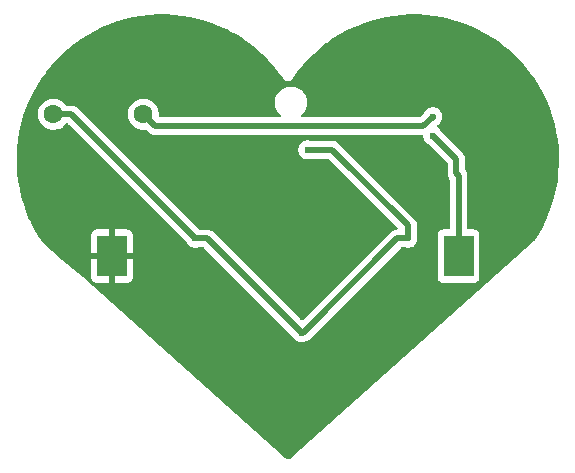
<source format=gbr>
%TF.GenerationSoftware,KiCad,Pcbnew,9.0.7*%
%TF.CreationDate,2026-02-06T18:51:04+01:00*%
%TF.ProjectId,llavero_led,6c6c6176-6572-46f5-9f6c-65642e6b6963,rev?*%
%TF.SameCoordinates,Original*%
%TF.FileFunction,Copper,L2,Bot*%
%TF.FilePolarity,Positive*%
%FSLAX46Y46*%
G04 Gerber Fmt 4.6, Leading zero omitted, Abs format (unit mm)*
G04 Created by KiCad (PCBNEW 9.0.7) date 2026-02-06 18:51:04*
%MOMM*%
%LPD*%
G01*
G04 APERTURE LIST*
%TA.AperFunction,ComponentPad*%
%ADD10C,1.600000*%
%TD*%
%TA.AperFunction,SMDPad,CuDef*%
%ADD11R,2.540000X3.510000*%
%TD*%
%TA.AperFunction,ViaPad*%
%ADD12C,0.600000*%
%TD*%
%TA.AperFunction,Conductor*%
%ADD13C,0.500000*%
%TD*%
G04 APERTURE END LIST*
D10*
%TO.P,R1,1*%
%TO.N,Net-(R1-Pad1)*%
X133500000Y-95500000D03*
%TO.P,R1,2*%
%TO.N,Net-(D1-A)*%
X125880000Y-95500000D03*
%TD*%
D11*
%TO.P,BT1,2,-*%
%TO.N,GND*%
X130820000Y-107500000D03*
%TO.P,BT1,1,+*%
%TO.N,Net-(BT1-+)*%
X160180000Y-107500000D03*
%TD*%
D12*
%TO.N,Net-(D1-A)*%
X147400000Y-98500000D03*
X155900000Y-106000000D03*
X146900000Y-114000000D03*
X137900000Y-106000000D03*
%TO.N,GND*%
X153100000Y-106000000D03*
X144100000Y-114000000D03*
X144600000Y-98500000D03*
X135100000Y-106000000D03*
%TO.N,Net-(BT1-+)*%
X158000000Y-97300000D03*
%TO.N,Net-(R1-Pad1)*%
X158000000Y-95700000D03*
%TD*%
D13*
%TO.N,Net-(R1-Pad1)*%
X134500000Y-96500000D02*
X133500000Y-95500000D01*
X157200000Y-96500000D02*
X134500000Y-96500000D01*
X158000000Y-95700000D02*
X157200000Y-96500000D01*
%TO.N,Net-(D1-A)*%
X155900000Y-104900000D02*
X149500000Y-98500000D01*
X149500000Y-98500000D02*
X147400000Y-98500000D01*
X155900000Y-106000000D02*
X155900000Y-104900000D01*
X155000000Y-106000000D02*
X155900000Y-106000000D01*
X147000000Y-114000000D02*
X155000000Y-106000000D01*
X146900000Y-114000000D02*
X147000000Y-114000000D01*
X138900000Y-106000000D02*
X146900000Y-114000000D01*
X137900000Y-106000000D02*
X138900000Y-106000000D01*
X125880000Y-95500000D02*
X127400000Y-95500000D01*
X127400000Y-95500000D02*
X137900000Y-106000000D01*
%TO.N,GND*%
X131000000Y-106000000D02*
X131751000Y-106751000D01*
X130820000Y-106000000D02*
X131000000Y-106000000D01*
%TO.N,Net-(BT1-+)*%
X160000000Y-99300000D02*
X158000000Y-97300000D01*
X160000000Y-100500000D02*
X160000000Y-99300000D01*
X160180000Y-100680000D02*
X160000000Y-100500000D01*
X160180000Y-106000000D02*
X160180000Y-100680000D01*
%TD*%
%TA.AperFunction,Conductor*%
%TO.N,GND*%
G36*
X156744339Y-87023533D02*
G01*
X156751258Y-87023750D01*
X157434351Y-87064381D01*
X157441227Y-87064983D01*
X158120990Y-87143855D01*
X158127829Y-87144843D01*
X158802092Y-87261704D01*
X158808880Y-87263079D01*
X159475504Y-87417556D01*
X159482215Y-87419311D01*
X159957619Y-87557979D01*
X160139106Y-87610917D01*
X160145726Y-87613051D01*
X160246767Y-87648782D01*
X160790865Y-87841195D01*
X160797312Y-87843680D01*
X161428645Y-88107641D01*
X161434981Y-88110501D01*
X162050508Y-88409439D01*
X162056658Y-88412642D01*
X162192093Y-88488081D01*
X162654443Y-88745616D01*
X162660422Y-88749169D01*
X162934950Y-88922937D01*
X163238616Y-89115149D01*
X163244372Y-89119023D01*
X163735267Y-89469782D01*
X163801130Y-89516843D01*
X163806673Y-89521044D01*
X164340224Y-89949436D01*
X164345523Y-89953940D01*
X164847289Y-90405345D01*
X164854237Y-90411595D01*
X164859275Y-90416390D01*
X165341512Y-90901832D01*
X165346274Y-90906902D01*
X165747496Y-91358875D01*
X165800541Y-91418629D01*
X165805011Y-91423958D01*
X166229869Y-91960349D01*
X166234033Y-91965920D01*
X166628150Y-92525293D01*
X166631995Y-92531089D01*
X166994127Y-93111680D01*
X166997641Y-93117683D01*
X167326644Y-93717655D01*
X167329816Y-93723845D01*
X167624663Y-94341327D01*
X167627483Y-94347685D01*
X167887245Y-94980728D01*
X167889703Y-94987231D01*
X168001634Y-95310544D01*
X168113564Y-95633854D01*
X168115654Y-95640488D01*
X168302903Y-96298631D01*
X168304618Y-96305372D01*
X168454671Y-96972987D01*
X168456005Y-96979813D01*
X168568386Y-97654775D01*
X168569336Y-97661666D01*
X168643698Y-98341898D01*
X168644259Y-98348831D01*
X168680361Y-99032133D01*
X168680533Y-99039086D01*
X168678266Y-99723345D01*
X168678048Y-99730297D01*
X168637418Y-100413347D01*
X168636811Y-100420276D01*
X168557944Y-101099990D01*
X168556948Y-101106874D01*
X168440092Y-101781099D01*
X168438713Y-101787916D01*
X168284240Y-102454517D01*
X168282480Y-102461246D01*
X168090876Y-103118128D01*
X168088742Y-103124748D01*
X167860603Y-103769865D01*
X167858101Y-103776355D01*
X167594151Y-104407659D01*
X167591289Y-104413999D01*
X167292350Y-105029526D01*
X167289137Y-105035694D01*
X166956169Y-105633467D01*
X166952615Y-105639447D01*
X166624198Y-106158293D01*
X166602083Y-106184404D01*
X146086648Y-124530838D01*
X146074602Y-124540337D01*
X145994184Y-124596047D01*
X145967694Y-124610001D01*
X145883176Y-124642181D01*
X145854115Y-124649379D01*
X145764340Y-124660365D01*
X145734400Y-124660387D01*
X145644614Y-124649536D01*
X145615542Y-124642382D01*
X145530970Y-124610326D01*
X145504460Y-124596412D01*
X145503931Y-124596047D01*
X145424062Y-124540894D01*
X145411980Y-124531394D01*
X128339611Y-109302844D01*
X129050000Y-109302844D01*
X129056401Y-109362372D01*
X129056403Y-109362379D01*
X129106645Y-109497086D01*
X129106649Y-109497093D01*
X129192809Y-109612187D01*
X129192812Y-109612190D01*
X129307906Y-109698350D01*
X129307913Y-109698354D01*
X129442620Y-109748596D01*
X129442627Y-109748598D01*
X129502155Y-109754999D01*
X129502172Y-109755000D01*
X130570000Y-109755000D01*
X131070000Y-109755000D01*
X132137828Y-109755000D01*
X132137844Y-109754999D01*
X132197372Y-109748598D01*
X132197379Y-109748596D01*
X132332086Y-109698354D01*
X132332093Y-109698350D01*
X132447187Y-109612190D01*
X132447190Y-109612187D01*
X132533350Y-109497093D01*
X132533354Y-109497086D01*
X132583596Y-109362379D01*
X132583598Y-109362372D01*
X132589999Y-109302844D01*
X132590000Y-109302827D01*
X132590000Y-107750000D01*
X131070000Y-107750000D01*
X131070000Y-109755000D01*
X130570000Y-109755000D01*
X130570000Y-107750000D01*
X129050000Y-107750000D01*
X129050000Y-109302844D01*
X128339611Y-109302844D01*
X126644913Y-107791174D01*
X124843380Y-106184207D01*
X124821147Y-106157990D01*
X124569338Y-105760170D01*
X124529451Y-105697155D01*
X129050000Y-105697155D01*
X129050000Y-107250000D01*
X130570000Y-107250000D01*
X131070000Y-107250000D01*
X132590000Y-107250000D01*
X132590000Y-105697172D01*
X132589999Y-105697155D01*
X132583598Y-105637627D01*
X132583596Y-105637620D01*
X132533354Y-105502913D01*
X132533350Y-105502906D01*
X132447190Y-105387812D01*
X132447187Y-105387809D01*
X132332093Y-105301649D01*
X132332086Y-105301645D01*
X132197379Y-105251403D01*
X132197372Y-105251401D01*
X132137844Y-105245000D01*
X131070000Y-105245000D01*
X131070000Y-107250000D01*
X130570000Y-107250000D01*
X130570000Y-105245000D01*
X129502155Y-105245000D01*
X129442627Y-105251401D01*
X129442620Y-105251403D01*
X129307913Y-105301645D01*
X129307906Y-105301649D01*
X129192812Y-105387809D01*
X129192809Y-105387812D01*
X129106649Y-105502906D01*
X129106645Y-105502913D01*
X129056403Y-105637620D01*
X129056401Y-105637627D01*
X129050000Y-105697155D01*
X124529451Y-105697155D01*
X124492917Y-105639436D01*
X124489364Y-105633457D01*
X124266467Y-105233294D01*
X124156390Y-105035674D01*
X124153182Y-105029514D01*
X124054381Y-104826079D01*
X123854249Y-104413998D01*
X123851389Y-104407662D01*
X123851388Y-104407659D01*
X123587428Y-103776329D01*
X123584937Y-103769865D01*
X123356788Y-103124717D01*
X123354672Y-103118154D01*
X123163057Y-102461234D01*
X123161300Y-102454515D01*
X123011224Y-101806885D01*
X123006825Y-101787900D01*
X123005450Y-101781112D01*
X122888589Y-101106850D01*
X122887601Y-101100010D01*
X122808728Y-100420249D01*
X122808126Y-100413373D01*
X122767494Y-99730281D01*
X122767277Y-99723346D01*
X122767075Y-99662229D01*
X122765010Y-99039068D01*
X122765181Y-99032152D01*
X122801287Y-98348798D01*
X122801843Y-98341931D01*
X122876211Y-97661642D01*
X122877154Y-97654803D01*
X122989546Y-96979784D01*
X122990867Y-96973021D01*
X123140935Y-96305344D01*
X123142633Y-96298667D01*
X123329900Y-95640464D01*
X123331975Y-95633878D01*
X123413758Y-95397648D01*
X124579500Y-95397648D01*
X124579500Y-95602351D01*
X124611522Y-95804534D01*
X124674781Y-95999223D01*
X124767715Y-96181613D01*
X124888028Y-96347213D01*
X125032786Y-96491971D01*
X125168548Y-96590606D01*
X125198390Y-96612287D01*
X125314607Y-96671503D01*
X125380776Y-96705218D01*
X125380778Y-96705218D01*
X125380781Y-96705220D01*
X125485137Y-96739127D01*
X125575465Y-96768477D01*
X125659564Y-96781797D01*
X125777648Y-96800500D01*
X125777649Y-96800500D01*
X125982351Y-96800500D01*
X125982352Y-96800500D01*
X126184534Y-96768477D01*
X126379219Y-96705220D01*
X126561610Y-96612287D01*
X126654590Y-96544732D01*
X126727213Y-96491971D01*
X126727215Y-96491968D01*
X126727219Y-96491966D01*
X126871966Y-96347219D01*
X126890442Y-96321789D01*
X126905100Y-96301615D01*
X126909431Y-96298274D01*
X126911705Y-96293297D01*
X126936804Y-96277166D01*
X126960429Y-96258949D01*
X126967102Y-96257695D01*
X126970483Y-96255523D01*
X127005418Y-96250500D01*
X127037770Y-96250500D01*
X127104809Y-96270185D01*
X127125451Y-96286819D01*
X137153926Y-106315293D01*
X137180805Y-106355519D01*
X137190603Y-106379172D01*
X137190606Y-106379178D01*
X137190609Y-106379185D01*
X137278210Y-106510288D01*
X137278213Y-106510292D01*
X137389707Y-106621786D01*
X137389711Y-106621789D01*
X137520814Y-106709390D01*
X137520827Y-106709397D01*
X137632187Y-106755523D01*
X137666503Y-106769737D01*
X137821153Y-106800499D01*
X137821156Y-106800500D01*
X137821158Y-106800500D01*
X137978844Y-106800500D01*
X137978845Y-106800499D01*
X138055152Y-106785320D01*
X138133488Y-106769739D01*
X138133489Y-106769738D01*
X138133497Y-106769737D01*
X138157155Y-106759937D01*
X138204604Y-106750500D01*
X138537770Y-106750500D01*
X138604809Y-106770185D01*
X138625451Y-106786819D01*
X146153926Y-114315293D01*
X146180806Y-114355520D01*
X146190606Y-114379178D01*
X146190609Y-114379185D01*
X146278210Y-114510288D01*
X146278213Y-114510292D01*
X146389707Y-114621786D01*
X146389711Y-114621789D01*
X146520814Y-114709390D01*
X146520827Y-114709397D01*
X146666498Y-114769735D01*
X146666503Y-114769737D01*
X146821153Y-114800499D01*
X146821156Y-114800500D01*
X146821158Y-114800500D01*
X146978844Y-114800500D01*
X146978845Y-114800499D01*
X147133497Y-114769737D01*
X147279179Y-114709394D01*
X147319027Y-114682768D01*
X147323950Y-114679644D01*
X147331898Y-114674857D01*
X147355495Y-114665084D01*
X147420291Y-114621789D01*
X147478416Y-114582952D01*
X155274548Y-106786818D01*
X155301475Y-106772115D01*
X155327294Y-106755523D01*
X155333494Y-106754631D01*
X155335871Y-106753334D01*
X155362229Y-106750500D01*
X155595396Y-106750500D01*
X155642844Y-106759937D01*
X155666503Y-106769737D01*
X155666508Y-106769738D01*
X155666511Y-106769739D01*
X155821153Y-106800499D01*
X155821156Y-106800500D01*
X155821158Y-106800500D01*
X155978844Y-106800500D01*
X155978845Y-106800499D01*
X156133497Y-106769737D01*
X156279179Y-106709394D01*
X156410289Y-106621789D01*
X156521789Y-106510289D01*
X156609394Y-106379179D01*
X156669737Y-106233497D01*
X156700500Y-106078842D01*
X156700500Y-105921158D01*
X156700500Y-105921155D01*
X156700499Y-105921153D01*
X156669739Y-105766511D01*
X156669738Y-105766508D01*
X156669737Y-105766503D01*
X156659937Y-105742844D01*
X156650500Y-105695396D01*
X156650500Y-104826079D01*
X156621659Y-104681092D01*
X156621658Y-104681091D01*
X156621658Y-104681087D01*
X156621656Y-104681082D01*
X156565086Y-104544509D01*
X156565085Y-104544507D01*
X156532186Y-104495270D01*
X156532185Y-104495268D01*
X156482956Y-104421589D01*
X156482952Y-104421584D01*
X149978421Y-97917052D01*
X149978414Y-97917046D01*
X149904729Y-97867812D01*
X149904729Y-97867813D01*
X149855491Y-97834913D01*
X149718917Y-97778343D01*
X149718907Y-97778340D01*
X149573920Y-97749500D01*
X149573918Y-97749500D01*
X147704604Y-97749500D01*
X147657155Y-97740062D01*
X147633497Y-97730263D01*
X147633493Y-97730262D01*
X147633488Y-97730260D01*
X147478845Y-97699500D01*
X147478842Y-97699500D01*
X147321158Y-97699500D01*
X147321155Y-97699500D01*
X147166510Y-97730261D01*
X147166498Y-97730264D01*
X147020827Y-97790602D01*
X147020814Y-97790609D01*
X146889711Y-97878210D01*
X146889707Y-97878213D01*
X146778213Y-97989707D01*
X146778210Y-97989711D01*
X146690609Y-98120814D01*
X146690602Y-98120827D01*
X146630264Y-98266498D01*
X146630261Y-98266510D01*
X146599500Y-98421153D01*
X146599500Y-98578846D01*
X146630261Y-98733489D01*
X146630264Y-98733501D01*
X146690602Y-98879172D01*
X146690609Y-98879185D01*
X146778210Y-99010288D01*
X146778213Y-99010292D01*
X146889707Y-99121786D01*
X146889711Y-99121789D01*
X147020814Y-99209390D01*
X147020827Y-99209397D01*
X147120060Y-99250500D01*
X147166503Y-99269737D01*
X147321153Y-99300499D01*
X147321156Y-99300500D01*
X147321158Y-99300500D01*
X147478844Y-99300500D01*
X147478845Y-99300499D01*
X147555152Y-99285320D01*
X147633488Y-99269739D01*
X147633489Y-99269738D01*
X147633497Y-99269737D01*
X147657155Y-99259937D01*
X147704604Y-99250500D01*
X149137770Y-99250500D01*
X149204809Y-99270185D01*
X149225451Y-99286819D01*
X154980615Y-105041983D01*
X155014100Y-105103306D01*
X155009116Y-105172998D01*
X154967244Y-105228931D01*
X154917126Y-105251281D01*
X154781092Y-105278340D01*
X154781082Y-105278343D01*
X154644511Y-105334912D01*
X154644498Y-105334919D01*
X154521584Y-105417048D01*
X154521580Y-105417051D01*
X147037680Y-112900950D01*
X146976357Y-112934435D01*
X146906665Y-112929451D01*
X146862318Y-112900950D01*
X139378421Y-105417052D01*
X139378414Y-105417046D01*
X139304729Y-105367812D01*
X139304729Y-105367813D01*
X139255491Y-105334913D01*
X139118917Y-105278343D01*
X139118907Y-105278340D01*
X138973920Y-105249500D01*
X138973918Y-105249500D01*
X138262229Y-105249500D01*
X138195190Y-105229815D01*
X138174548Y-105213181D01*
X128441826Y-95480457D01*
X128359017Y-95397648D01*
X132199500Y-95397648D01*
X132199500Y-95602351D01*
X132231522Y-95804534D01*
X132294781Y-95999223D01*
X132387715Y-96181613D01*
X132508028Y-96347213D01*
X132652786Y-96491971D01*
X132788548Y-96590606D01*
X132818390Y-96612287D01*
X132934607Y-96671503D01*
X133000776Y-96705218D01*
X133000778Y-96705218D01*
X133000781Y-96705220D01*
X133105137Y-96739127D01*
X133195465Y-96768477D01*
X133279564Y-96781797D01*
X133397648Y-96800500D01*
X133397649Y-96800500D01*
X133602350Y-96800500D01*
X133602352Y-96800500D01*
X133658027Y-96791681D01*
X133663452Y-96792382D01*
X133668579Y-96790470D01*
X133697731Y-96796811D01*
X133727319Y-96800635D01*
X133732923Y-96804467D01*
X133736852Y-96805322D01*
X133765106Y-96826473D01*
X133917049Y-96978416D01*
X134021584Y-97082951D01*
X134021587Y-97082953D01*
X134021588Y-97082954D01*
X134144503Y-97165083D01*
X134144506Y-97165085D01*
X134194665Y-97185861D01*
X134201080Y-97188518D01*
X134281088Y-97221659D01*
X134397241Y-97244763D01*
X134420380Y-97249365D01*
X134426081Y-97250500D01*
X134426082Y-97250500D01*
X134426083Y-97250500D01*
X134573918Y-97250500D01*
X157075500Y-97250500D01*
X157142539Y-97270185D01*
X157188294Y-97322989D01*
X157199500Y-97374500D01*
X157199500Y-97378846D01*
X157230261Y-97533489D01*
X157230264Y-97533501D01*
X157290602Y-97679172D01*
X157290609Y-97679185D01*
X157378210Y-97810288D01*
X157378213Y-97810292D01*
X157489710Y-97921789D01*
X157591357Y-97989707D01*
X157620821Y-98009394D01*
X157644475Y-98019191D01*
X157684703Y-98046071D01*
X159213181Y-99574548D01*
X159246666Y-99635871D01*
X159249500Y-99662229D01*
X159249500Y-100573918D01*
X159249500Y-100573920D01*
X159249499Y-100573920D01*
X159278340Y-100718907D01*
X159278343Y-100718917D01*
X159334914Y-100855491D01*
X159334916Y-100855495D01*
X159354341Y-100884567D01*
X159363925Y-100898911D01*
X159408602Y-100965775D01*
X159429480Y-101032453D01*
X159429500Y-101034666D01*
X159429500Y-105120500D01*
X159409815Y-105187539D01*
X159357011Y-105233294D01*
X159305500Y-105244500D01*
X158862129Y-105244500D01*
X158862123Y-105244501D01*
X158802516Y-105250908D01*
X158667671Y-105301202D01*
X158667664Y-105301206D01*
X158552455Y-105387452D01*
X158552452Y-105387455D01*
X158466206Y-105502664D01*
X158466202Y-105502671D01*
X158415908Y-105637517D01*
X158415701Y-105639447D01*
X158409501Y-105697123D01*
X158409500Y-105697135D01*
X158409500Y-109302870D01*
X158409501Y-109302876D01*
X158415908Y-109362483D01*
X158466202Y-109497328D01*
X158466206Y-109497335D01*
X158552452Y-109612544D01*
X158552455Y-109612547D01*
X158667664Y-109698793D01*
X158667671Y-109698797D01*
X158802517Y-109749091D01*
X158802516Y-109749091D01*
X158809444Y-109749835D01*
X158862127Y-109755500D01*
X161497872Y-109755499D01*
X161557483Y-109749091D01*
X161692331Y-109698796D01*
X161807546Y-109612546D01*
X161893796Y-109497331D01*
X161944091Y-109362483D01*
X161950500Y-109302873D01*
X161950499Y-105697128D01*
X161945299Y-105648757D01*
X161944091Y-105637516D01*
X161893797Y-105502671D01*
X161893793Y-105502664D01*
X161807547Y-105387455D01*
X161807544Y-105387452D01*
X161692335Y-105301206D01*
X161692328Y-105301202D01*
X161557482Y-105250908D01*
X161557483Y-105250908D01*
X161497883Y-105244501D01*
X161497881Y-105244500D01*
X161497873Y-105244500D01*
X161497865Y-105244500D01*
X161054500Y-105244500D01*
X160987461Y-105224815D01*
X160941706Y-105172011D01*
X160930500Y-105120500D01*
X160930500Y-100606079D01*
X160901659Y-100461092D01*
X160901658Y-100461091D01*
X160901658Y-100461087D01*
X160883326Y-100416830D01*
X160845087Y-100324511D01*
X160845080Y-100324498D01*
X160771398Y-100214225D01*
X160750520Y-100147547D01*
X160750500Y-100145334D01*
X160750500Y-99226079D01*
X160721659Y-99081092D01*
X160721658Y-99081091D01*
X160721658Y-99081087D01*
X160692332Y-99010288D01*
X160665087Y-98944511D01*
X160665080Y-98944498D01*
X160582952Y-98821585D01*
X160582951Y-98821584D01*
X160478416Y-98717049D01*
X158746071Y-96984703D01*
X158719191Y-96944475D01*
X158709394Y-96920821D01*
X158646353Y-96826473D01*
X158621789Y-96789710D01*
X158510292Y-96678213D01*
X158510288Y-96678210D01*
X158397881Y-96603101D01*
X158353076Y-96549488D01*
X158344369Y-96480163D01*
X158374524Y-96417136D01*
X158397876Y-96396900D01*
X158510289Y-96321789D01*
X158621789Y-96210289D01*
X158709394Y-96079179D01*
X158769737Y-95933497D01*
X158800500Y-95778842D01*
X158800500Y-95621158D01*
X158800500Y-95621155D01*
X158800499Y-95621153D01*
X158785211Y-95544297D01*
X158769737Y-95466503D01*
X158735592Y-95384069D01*
X158709397Y-95320827D01*
X158709390Y-95320814D01*
X158621789Y-95189711D01*
X158621786Y-95189707D01*
X158510292Y-95078213D01*
X158510288Y-95078210D01*
X158379185Y-94990609D01*
X158379172Y-94990602D01*
X158233501Y-94930264D01*
X158233489Y-94930261D01*
X158078845Y-94899500D01*
X158078842Y-94899500D01*
X157921158Y-94899500D01*
X157921155Y-94899500D01*
X157766510Y-94930261D01*
X157766498Y-94930264D01*
X157620827Y-94990602D01*
X157620814Y-94990609D01*
X157489711Y-95078210D01*
X157489707Y-95078213D01*
X157378213Y-95189707D01*
X157378207Y-95189715D01*
X157290607Y-95320818D01*
X157290606Y-95320819D01*
X157280805Y-95344480D01*
X157253927Y-95384703D01*
X156925449Y-95713182D01*
X156864128Y-95746666D01*
X156837770Y-95749500D01*
X146965205Y-95749500D01*
X146898166Y-95729815D01*
X146852411Y-95677011D01*
X146842467Y-95607853D01*
X146871492Y-95544297D01*
X146879097Y-95536744D01*
X146878952Y-95536599D01*
X146949053Y-95466498D01*
X147033154Y-95382397D01*
X147158472Y-95209913D01*
X147255264Y-95019947D01*
X147261493Y-95000776D01*
X147321146Y-94817183D01*
X147321146Y-94817182D01*
X147321147Y-94817179D01*
X147354500Y-94606601D01*
X147354500Y-94393399D01*
X147321147Y-94182821D01*
X147321146Y-94182817D01*
X147321146Y-94182816D01*
X147255265Y-93980055D01*
X147255263Y-93980052D01*
X147158471Y-93790086D01*
X147110344Y-93723845D01*
X147033154Y-93617603D01*
X146882397Y-93466846D01*
X146709913Y-93341528D01*
X146519947Y-93244736D01*
X146519944Y-93244734D01*
X146317181Y-93178853D01*
X146176793Y-93156617D01*
X146106601Y-93145500D01*
X145893399Y-93145500D01*
X145823206Y-93156617D01*
X145682819Y-93178853D01*
X145682816Y-93178853D01*
X145480055Y-93244734D01*
X145480052Y-93244736D01*
X145290086Y-93341528D01*
X145117601Y-93466847D01*
X144966847Y-93617601D01*
X144841528Y-93790086D01*
X144744736Y-93980052D01*
X144744734Y-93980055D01*
X144678853Y-94182816D01*
X144678853Y-94182819D01*
X144645500Y-94393399D01*
X144645500Y-94606600D01*
X144678853Y-94817180D01*
X144678853Y-94817183D01*
X144744734Y-95019944D01*
X144744736Y-95019947D01*
X144841528Y-95209913D01*
X144939297Y-95344480D01*
X144966847Y-95382398D01*
X145121048Y-95536599D01*
X145119717Y-95537929D01*
X145153525Y-95589734D01*
X145154013Y-95659602D01*
X145116651Y-95718643D01*
X145053299Y-95748112D01*
X145034795Y-95749500D01*
X134922379Y-95749500D01*
X134855340Y-95729815D01*
X134809585Y-95677011D01*
X134799641Y-95607853D01*
X134799906Y-95606101D01*
X134800500Y-95602350D01*
X134800500Y-95397648D01*
X134768477Y-95195465D01*
X134730379Y-95078213D01*
X134705220Y-95000781D01*
X134705218Y-95000778D01*
X134705218Y-95000776D01*
X134662555Y-94917046D01*
X134612287Y-94818390D01*
X134604556Y-94807749D01*
X134491971Y-94652786D01*
X134347213Y-94508028D01*
X134181613Y-94387715D01*
X134181612Y-94387714D01*
X134181610Y-94387713D01*
X134096741Y-94344470D01*
X133999223Y-94294781D01*
X133804534Y-94231522D01*
X133629995Y-94203878D01*
X133602352Y-94199500D01*
X133397648Y-94199500D01*
X133373329Y-94203351D01*
X133195465Y-94231522D01*
X133000776Y-94294781D01*
X132818386Y-94387715D01*
X132652786Y-94508028D01*
X132508028Y-94652786D01*
X132387715Y-94818386D01*
X132294781Y-95000776D01*
X132231522Y-95195465D01*
X132199500Y-95397648D01*
X128359017Y-95397648D01*
X127878421Y-94917052D01*
X127878414Y-94917046D01*
X127804729Y-94867812D01*
X127804729Y-94867813D01*
X127755491Y-94834913D01*
X127618917Y-94778343D01*
X127618907Y-94778340D01*
X127473920Y-94749500D01*
X127473918Y-94749500D01*
X127005418Y-94749500D01*
X126938379Y-94729815D01*
X126905100Y-94698385D01*
X126871971Y-94652787D01*
X126871967Y-94652782D01*
X126727213Y-94508028D01*
X126561613Y-94387715D01*
X126561612Y-94387714D01*
X126561610Y-94387713D01*
X126476741Y-94344470D01*
X126379223Y-94294781D01*
X126184534Y-94231522D01*
X126009995Y-94203878D01*
X125982352Y-94199500D01*
X125777648Y-94199500D01*
X125753329Y-94203351D01*
X125575465Y-94231522D01*
X125380776Y-94294781D01*
X125198386Y-94387715D01*
X125032786Y-94508028D01*
X124888028Y-94652786D01*
X124767715Y-94818386D01*
X124674781Y-95000776D01*
X124611522Y-95195465D01*
X124579500Y-95397648D01*
X123413758Y-95397648D01*
X123555853Y-94987206D01*
X123558287Y-94980768D01*
X123818072Y-94347668D01*
X123820871Y-94341356D01*
X124115744Y-93723821D01*
X124118884Y-93717694D01*
X124447914Y-93117670D01*
X124451405Y-93111707D01*
X124813562Y-92531079D01*
X124817382Y-92525321D01*
X125211518Y-91965920D01*
X125215675Y-91960359D01*
X125262930Y-91900699D01*
X125640557Y-91423937D01*
X125644976Y-91418669D01*
X126099280Y-90906901D01*
X126104020Y-90901855D01*
X126586292Y-90416378D01*
X126591281Y-90411628D01*
X127100038Y-89953936D01*
X127105299Y-89949464D01*
X127638889Y-89521041D01*
X127644391Y-89516871D01*
X128201185Y-89119026D01*
X128206909Y-89115174D01*
X128785125Y-88749179D01*
X128791098Y-88745630D01*
X129388900Y-88412647D01*
X129395017Y-88409460D01*
X130010571Y-88110509D01*
X130016876Y-88107662D01*
X130648244Y-87843689D01*
X130654661Y-87841214D01*
X131299819Y-87613063D01*
X131306426Y-87610933D01*
X131963331Y-87419323D01*
X131970024Y-87417572D01*
X132636676Y-87263088D01*
X132643430Y-87261721D01*
X133317686Y-87144862D01*
X133324560Y-87143868D01*
X134004310Y-87064998D01*
X134011180Y-87064396D01*
X134694277Y-87023764D01*
X134701194Y-87023547D01*
X135385487Y-87021280D01*
X135392404Y-87021451D01*
X136075756Y-87057558D01*
X136082628Y-87058114D01*
X136762909Y-87132483D01*
X136769758Y-87133427D01*
X137444765Y-87245815D01*
X137451541Y-87247140D01*
X138119203Y-87397205D01*
X138125898Y-87398908D01*
X138784082Y-87586169D01*
X138790678Y-87588247D01*
X139437338Y-87812122D01*
X139443793Y-87814562D01*
X140076875Y-88074339D01*
X140083213Y-88077150D01*
X140700683Y-88371993D01*
X140700702Y-88372002D01*
X140706890Y-88375173D01*
X140775253Y-88412661D01*
X141306864Y-88704177D01*
X141312863Y-88707688D01*
X141893446Y-89069817D01*
X141893457Y-89069824D01*
X141899250Y-89073667D01*
X141960759Y-89117004D01*
X142458625Y-89467786D01*
X142464196Y-89471950D01*
X143000585Y-89896807D01*
X143005914Y-89901277D01*
X143517641Y-90355545D01*
X143522711Y-90360307D01*
X144008153Y-90842543D01*
X144012943Y-90847576D01*
X144063988Y-90904316D01*
X144470592Y-91356284D01*
X144475098Y-91361584D01*
X144903506Y-91895156D01*
X144907706Y-91900699D01*
X145284880Y-92428564D01*
X145285881Y-92429986D01*
X145291246Y-92437722D01*
X145302095Y-92459904D01*
X145324344Y-92485444D01*
X145328245Y-92491068D01*
X145328337Y-92491345D01*
X145329227Y-92492505D01*
X145344322Y-92514936D01*
X145344323Y-92514937D01*
X145344324Y-92514938D01*
X145368017Y-92535578D01*
X145388658Y-92559272D01*
X145417485Y-92578672D01*
X145423305Y-92583742D01*
X145423306Y-92583742D01*
X145443692Y-92601501D01*
X145464250Y-92611554D01*
X145479003Y-92620072D01*
X145497991Y-92632851D01*
X145523564Y-92641626D01*
X145523563Y-92641626D01*
X145530862Y-92644130D01*
X145562078Y-92659396D01*
X145592918Y-92665424D01*
X145622639Y-92675623D01*
X145649607Y-92677480D01*
X145664881Y-92679491D01*
X145675955Y-92681655D01*
X145691415Y-92684678D01*
X145716231Y-92682968D01*
X145722764Y-92682518D01*
X145754112Y-92684678D01*
X145788220Y-92678010D01*
X145795917Y-92677480D01*
X145795919Y-92677480D01*
X145808217Y-92676633D01*
X145822887Y-92675623D01*
X145844527Y-92668196D01*
X145860975Y-92663787D01*
X145883448Y-92659396D01*
X145914669Y-92644127D01*
X145947537Y-92632849D01*
X145973604Y-92615306D01*
X146001834Y-92601501D01*
X146022221Y-92583740D01*
X146034428Y-92574373D01*
X146056868Y-92559272D01*
X146071898Y-92542017D01*
X146083949Y-92529967D01*
X146101202Y-92514938D01*
X146116345Y-92492434D01*
X146117282Y-92491065D01*
X146121177Y-92485448D01*
X146143431Y-92459904D01*
X146154272Y-92437734D01*
X146159639Y-92429997D01*
X146159931Y-92429760D01*
X146160629Y-92428590D01*
X146537855Y-91900652D01*
X146542003Y-91895179D01*
X146970437Y-91361573D01*
X146974909Y-91356311D01*
X147432602Y-90847553D01*
X147437375Y-90842540D01*
X147922825Y-90360294D01*
X147927881Y-90355545D01*
X148439624Y-89901261D01*
X148444935Y-89896807D01*
X148981338Y-89471938D01*
X148986902Y-89467780D01*
X149012227Y-89449937D01*
X149546293Y-89073649D01*
X149552051Y-89069829D01*
X150132680Y-88707671D01*
X150138642Y-88704180D01*
X150738652Y-88375156D01*
X150744808Y-88372001D01*
X151362329Y-88077134D01*
X151368641Y-88074335D01*
X152001741Y-87814548D01*
X152008184Y-87812114D01*
X152654861Y-87588232D01*
X152661437Y-87586161D01*
X153319641Y-87398893D01*
X153326318Y-87397195D01*
X153993997Y-87247126D01*
X154000759Y-87245805D01*
X154675788Y-87133411D01*
X154682602Y-87132472D01*
X155362904Y-87058100D01*
X155369779Y-87057544D01*
X156053129Y-87021438D01*
X156060045Y-87021267D01*
X156744339Y-87023533D01*
G37*
%TD.AperFunction*%
%TD*%
M02*

</source>
